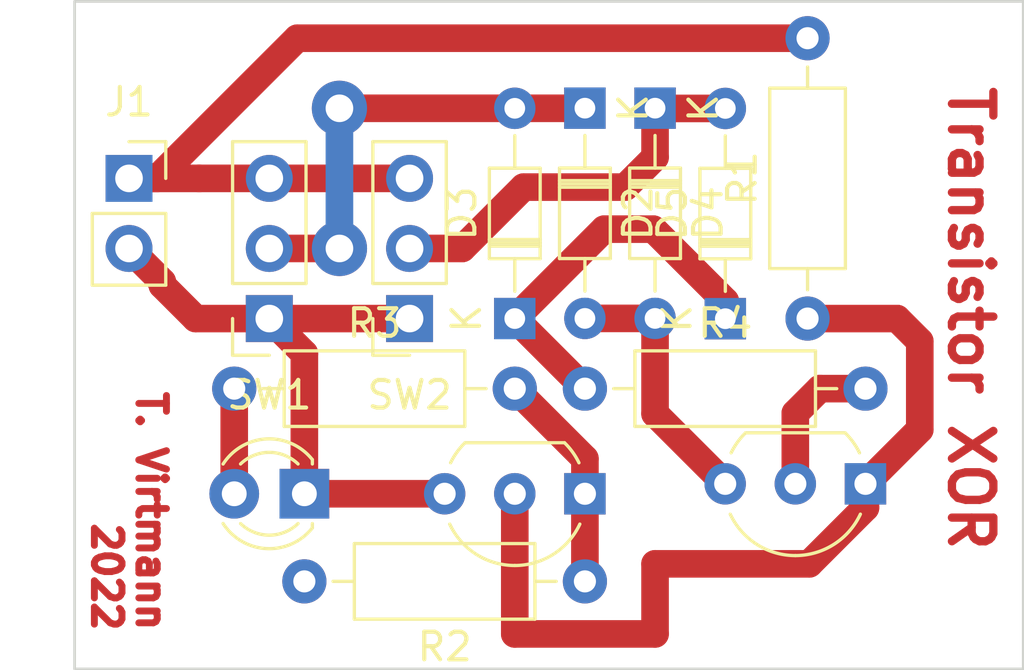
<source format=kicad_pcb>
(kicad_pcb (version 20211014) (generator pcbnew)
  (title_block (title "Transistor XOR") (date "2022-11-19") (rev "2") (company "T. Virtmann"))
  (layers (0 "F.Cu" signal) (31 "B.Cu" signal) (34 "B.Paste" user) (35 "F.Paste" user) (36 "B.SilkS" user "B.Silkscreen") (37 "F.SilkS" user "F.Silkscreen") (38 "B.Mask" user) (39 "F.Mask" user) (44 "Edge.Cuts" user))
  (net 0 "")
  (net 1 "GND")
  (net 2 "Net-(D1-Pad2)")
  (net 3 "Net-(D2-Pad1)")
  (net 4 "Net-(D2-Pad2)")
  (net 5 "Net-(D3-Pad1)")
  (net 6 "Net-(D4-Pad1)")
  (net 7 "+5V")
  (net 8 "Net-(Q1-Pad1)")
  (net 9 "Net-(Q1-Pad2)")
  (net 10 "Net-(Q2-Pad2)")
  (footprint "Connector_PinSocket_2.54mm:PinSocket_1x03_P2.54mm_Vertical" (layer "F.Cu") (at 24.195 23.56 180)
    (fp_text reference "SW2" (at 0 -2.77) (layer "F.SilkS"))
    (fp_text value "SW_SPDT")
    (fp_line (start -1.33 1.27) (end 1.33 1.27) (layer "F.SilkS") (width 0.12))
    (fp_line (start 1.33 -1.33) (end 1.33 0) (layer "F.SilkS") (width 0.12))
    (fp_line (start -1.33 6.41) (end 1.33 6.41) (layer "F.SilkS") (width 0.12))
    (fp_line (start 0 -1.33) (end 1.33 -1.33) (layer "F.SilkS") (width 0.12))
    (fp_line (start 1.33 1.27) (end 1.33 6.41) (layer "F.SilkS") (width 0.12))
    (fp_line (start -1.33 1.27) (end -1.33 6.41) (layer "F.SilkS") (width 0.12))
    (pad "1" thru_hole rect (at 0 0 180) (size 1.7 1.7) (drill 1) (layers *.Cu *.Mask) (net 1 "GND"))
    (pad "2" thru_hole oval (at 0 2.54 180) (size 1.7 1.7) (drill 1) (layers *.Cu *.Mask) (net 6 "Net-(D4-Pad1)"))
    (pad "3" thru_hole oval (at 0 5.08 180) (size 1.7 1.7) (drill 1) (layers *.Cu *.Mask) (net 7 "+5V"))
  )
  (footprint "Diode_THT:D_DO-34_SOD68_P7.62mm_Horizontal" (layer "F.Cu") (at 33.085 15.935 -90)
    (fp_text reference "D4" (at 3.81 -1.92 90) (layer "F.SilkS"))
    (fp_text value "D")
    (fp_text user "K" (at 0 -1.75 90) (layer "F.SilkS"))
    (fp_line (start 2.17 -0.92) (end 2.17 0.92) (layer "F.SilkS") (width 0.12))
    (fp_line (start 5.45 -0.92) (end 2.17 -0.92) (layer "F.SilkS") (width 0.12))
    (fp_line (start 2.746 -0.92) (end 2.746 0.92) (layer "F.SilkS") (width 0.12))
    (fp_line (start 5.45 0.92) (end 5.45 -0.92) (layer "F.SilkS") (width 0.12))
    (fp_line (start 0.99 0) (end 2.17 0) (layer "F.SilkS") (width 0.12))
    (fp_line (start 6.63 0) (end 5.45 0) (layer "F.SilkS") (width 0.12))
    (fp_line (start 2.866 -0.92) (end 2.866 0.92) (layer "F.SilkS") (width 0.12))
    (fp_line (start 2.17 0.92) (end 5.45 0.92) (layer "F.SilkS") (width 0.12))
    (fp_line (start 2.626 -0.92) (end 2.626 0.92) (layer "F.SilkS") (width 0.12))
    (pad "1" thru_hole rect (at 0 0 270) (size 1.5 1.5) (drill 0.75) (layers *.Cu *.Mask) (net 6 "Net-(D4-Pad1)"))
    (pad "2" thru_hole oval (at 7.62 0 270) (size 1.5 1.5) (drill 0.75) (layers *.Cu *.Mask) (net 4 "Net-(D2-Pad2)"))
  )
  (footprint "Connector_PinSocket_2.54mm:PinSocket_1x02_P2.54mm_Vertical" (layer "F.Cu") (at 14.035 18.48)
    (fp_text reference "J1" (at 0 -2.77) (layer "F.SilkS"))
    (fp_text value "Conn_02x01")
    (fp_line (start 1.33 1.27) (end 1.33 3.87) (layer "F.SilkS") (width 0.12))
    (fp_line (start -1.33 3.87) (end 1.33 3.87) (layer "F.SilkS") (width 0.12))
    (fp_line (start -1.33 1.27) (end 1.33 1.27) (layer "F.SilkS") (width 0.12))
    (fp_line (start 1.33 -1.33) (end 1.33 0) (layer "F.SilkS") (width 0.12))
    (fp_line (start -1.33 1.27) (end -1.33 3.87) (layer "F.SilkS") (width 0.12))
    (fp_line (start 0 -1.33) (end 1.33 -1.33) (layer "F.SilkS") (width 0.12))
    (pad "1" thru_hole rect (at 0 0) (size 1.7 1.7) (drill 1) (layers *.Cu *.Mask) (net 7 "+5V"))
    (pad "2" thru_hole oval (at 0 2.54) (size 1.7 1.7) (drill 1) (layers *.Cu *.Mask) (net 1 "GND"))
  )
  (footprint "Resistor_THT:R_Axial_DIN0207_L6.3mm_D2.5mm_P10.16mm_Horizontal" (layer "F.Cu") (at 38.608 23.56 90)
    (fp_text reference "R1" (at 5.08 -2.37 90) (layer "F.SilkS"))
    (fp_text value "220k")
    (fp_line (start 8.35 -1.37) (end 1.81 -1.37) (layer "F.SilkS") (width 0.12))
    (fp_line (start 9.12 0) (end 8.35 0) (layer "F.SilkS") (width 0.12))
    (fp_line (start 1.81 1.37) (end 8.35 1.37) (layer "F.SilkS") (width 0.12))
    (fp_line (start 8.35 1.37) (end 8.35 -1.37) (layer "F.SilkS") (width 0.12))
    (fp_line (start 1.81 -1.37) (end 1.81 1.37) (layer "F.SilkS") (width 0.12))
    (fp_line (start 1.04 0) (end 1.81 0) (layer "F.SilkS") (width 0.12))
    (pad "1" thru_hole circle (at 0 0 90) (size 1.6 1.6) (drill 0.8) (layers *.Cu *.Mask) (net 9 "Net-(Q1-Pad2)"))
    (pad "2" thru_hole oval (at 10.16 0 90) (size 1.6 1.6) (drill 0.8) (layers *.Cu *.Mask) (net 7 "+5V"))
  )
  (footprint "Diode_THT:D_DO-34_SOD68_P7.62mm_Horizontal" (layer "F.Cu") (at 28.005 23.56 90)
    (fp_text reference "D3" (at 3.81 -1.92 90) (layer "F.SilkS"))
    (fp_text value "D")
    (fp_text user "K" (at 0 -1.75 90) (layer "F.SilkS"))
    (fp_line (start 2.866 -0.92) (end 2.866 0.92) (layer "F.SilkS") (width 0.12))
    (fp_line (start 5.45 0.92) (end 5.45 -0.92) (layer "F.SilkS") (width 0.12))
    (fp_line (start 5.45 -0.92) (end 2.17 -0.92) (layer "F.SilkS") (width 0.12))
    (fp_line (start 2.17 -0.92) (end 2.17 0.92) (layer "F.SilkS") (width 0.12))
    (fp_line (start 6.63 0) (end 5.45 0) (layer "F.SilkS") (width 0.12))
    (fp_line (start 0.99 0) (end 2.17 0) (layer "F.SilkS") (width 0.12))
    (fp_line (start 2.626 -0.92) (end 2.626 0.92) (layer "F.SilkS") (width 0.12))
    (fp_line (start 2.746 -0.92) (end 2.746 0.92) (layer "F.SilkS") (width 0.12))
    (fp_line (start 2.17 0.92) (end 5.45 0.92) (layer "F.SilkS") (width 0.12))
    (pad "1" thru_hole rect (at 0 0 90) (size 1.5 1.5) (drill 0.75) (layers *.Cu *.Mask) (net 5 "Net-(D3-Pad1)"))
    (pad "2" thru_hole oval (at 7.62 0 90) (size 1.5 1.5) (drill 0.75) (layers *.Cu *.Mask) (net 3 "Net-(D2-Pad1)"))
  )
  (footprint "Package_TO_SOT_THT:TO-92_Inline_Wide" (layer "F.Cu") (at 40.705 29.55 180)
    (fp_text reference "Q2" hide)
    (fp_text value "Q_NPN_CBE" hide)
    (fp_line (start 0.74 1.85) (end 4.34 1.85) (layer "F.SilkS") (width 0.12))
    (fp_arc (start 2.54 -2.6) (mid 3.936979 -2.192818) (end 4.8964 -1.098807) (layer "F.SilkS") (width 0.12))
    (fp_arc (start 0.1836 -1.098807) (mid 1.143021 -2.192817) (end 2.54 -2.6) (layer "F.SilkS") (width 0.12))
    (fp_arc (start 4.864184 1.122795) (mid 4.633903 1.509328) (end 4.34 1.85) (layer "F.SilkS") (width 0.12))
    (fp_arc (start 0.74 1.85) (mid 0.446097 1.509328) (end 0.215816 1.122795) (layer "F.SilkS") (width 0.12))
    (pad "1" thru_hole rect (at 0 0 180) (size 1.5 1.5) (drill 0.8) (layers *.Cu *.Mask) (net 9 "Net-(Q1-Pad2)"))
    (pad "2" thru_hole circle (at 2.54 0 180) (size 1.5 1.5) (drill 0.8) (layers *.Cu *.Mask) (net 10 "Net-(Q2-Pad2)"))
    (pad "3" thru_hole circle (at 5.08 0 180) (size 1.5 1.5) (drill 0.8) (layers *.Cu *.Mask) (net 4 "Net-(D2-Pad2)"))
  )
  (footprint "Resistor_THT:R_Axial_DIN0207_L6.3mm_D2.5mm_P10.16mm_Horizontal" (layer "F.Cu") (at 17.845 26.1)
    (fp_text reference "R3" (at 5.08 -2.37) (layer "F.SilkS"))
    (fp_text value "1k")
    (fp_line (start 1.04 0) (end 1.81 0) (layer "F.SilkS") (width 0.12))
    (fp_line (start 1.81 1.37) (end 8.35 1.37) (layer "F.SilkS") (width 0.12))
    (fp_line (start 8.35 -1.37) (end 1.81 -1.37) (layer "F.SilkS") (width 0.12))
    (fp_line (start 1.81 -1.37) (end 1.81 1.37) (layer "F.SilkS") (width 0.12))
    (fp_line (start 8.35 1.37) (end 8.35 -1.37) (layer "F.SilkS") (width 0.12))
    (fp_line (start 9.12 0) (end 8.35 0) (layer "F.SilkS") (width 0.12))
    (pad "1" thru_hole circle (at 0 0) (size 1.6 1.6) (drill 0.8) (layers *.Cu *.Mask) (net 2 "Net-(D1-Pad2)"))
    (pad "2" thru_hole oval (at 10.16 0) (size 1.6 1.6) (drill 0.8) (layers *.Cu *.Mask) (net 8 "Net-(Q1-Pad1)"))
  )
  (footprint "Resistor_THT:R_Axial_DIN0207_L6.3mm_D2.5mm_P10.16mm_Horizontal" (layer "F.Cu") (at 30.545 26.1)
    (fp_text reference "R4" (at 5.08 -2.37) (layer "F.SilkS"))
    (fp_text value "10k")
    (fp_line (start 1.81 1.37) (end 8.35 1.37) (layer "F.SilkS") (width 0.12))
    (fp_line (start 8.35 -1.37) (end 1.81 -1.37) (layer "F.SilkS") (width 0.12))
    (fp_line (start 9.12 0) (end 8.35 0) (layer "F.SilkS") (width 0.12))
    (fp_line (start 1.04 0) (end 1.81 0) (layer "F.SilkS") (width 0.12))
    (fp_line (start 1.81 -1.37) (end 1.81 1.37) (layer "F.SilkS") (width 0.12))
    (fp_line (start 8.35 1.37) (end 8.35 -1.37) (layer "F.SilkS") (width 0.12))
    (pad "1" thru_hole circle (at 0 0) (size 1.6 1.6) (drill 0.8) (layers *.Cu *.Mask) (net 5 "Net-(D3-Pad1)"))
    (pad "2" thru_hole oval (at 10.16 0) (size 1.6 1.6) (drill 0.8) (layers *.Cu *.Mask) (net 10 "Net-(Q2-Pad2)"))
  )
  (footprint "Diode_THT:D_DO-34_SOD68_P7.62mm_Horizontal" (layer "F.Cu") (at 30.545 15.935 -90)
    (fp_text reference "D2" (at 3.81 -1.92 90) (layer "F.SilkS"))
    (fp_text value "D")
    (fp_text user "K" (at 0 -1.75 90) (layer "F.SilkS"))
    (fp_line (start 0.99 0) (end 2.17 0) (layer "F.SilkS") (width 0.12))
    (fp_line (start 2.17 0.92) (end 5.45 0.92) (layer "F.SilkS") (width 0.12))
    (fp_line (start 6.63 0) (end 5.45 0) (layer "F.SilkS") (width 0.12))
    (fp_line (start 2.626 -0.92) (end 2.626 0.92) (layer "F.SilkS") (width 0.12))
    (fp_line (start 2.866 -0.92) (end 2.866 0.92) (layer "F.SilkS") (width 0.12))
    (fp_line (start 5.45 0.92) (end 5.45 -0.92) (layer "F.SilkS") (width 0.12))
    (fp_line (start 2.746 -0.92) (end 2.746 0.92) (layer "F.SilkS") (width 0.12))
    (fp_line (start 5.45 -0.92) (end 2.17 -0.92) (layer "F.SilkS") (width 0.12))
    (fp_line (start 2.17 -0.92) (end 2.17 0.92) (layer "F.SilkS") (width 0.12))
    (pad "1" thru_hole rect (at 0 0 270) (size 1.5 1.5) (drill 0.75) (layers *.Cu *.Mask) (net 3 "Net-(D2-Pad1)"))
    (pad "2" thru_hole oval (at 7.62 0 270) (size 1.5 1.5) (drill 0.75) (layers *.Cu *.Mask) (net 4 "Net-(D2-Pad2)"))
  )
  (footprint "Resistor_THT:R_Axial_DIN0207_L6.3mm_D2.5mm_P10.16mm_Horizontal" (layer "F.Cu") (at 30.545 33.085 180)
    (fp_text reference "R2" (at 5.08 -2.37) (layer "F.SilkS"))
    (fp_text value "10k")
    (fp_line (start 1.04 0) (end 1.81 0) (layer "F.SilkS") (width 0.12))
    (fp_line (start 9.12 0) (end 8.35 0) (layer "F.SilkS") (width 0.12))
    (fp_line (start 1.81 -1.37) (end 1.81 1.37) (layer "F.SilkS") (width 0.12))
    (fp_line (start 8.35 1.37) (end 8.35 -1.37) (layer "F.SilkS") (width 0.12))
    (fp_line (start 8.35 -1.37) (end 1.81 -1.37) (layer "F.SilkS") (width 0.12))
    (fp_line (start 1.81 1.37) (end 8.35 1.37) (layer "F.SilkS") (width 0.12))
    (pad "1" thru_hole circle (at 0 0 180) (size 1.6 1.6) (drill 0.8) (layers *.Cu *.Mask) (net 8 "Net-(Q1-Pad1)"))
    (pad "2" thru_hole oval (at 10.16 0 180) (size 1.6 1.6) (drill 0.8) (layers *.Cu *.Mask) (net 7 "+5V"))
  )
  (footprint "Diode_THT:D_DO-34_SOD68_P7.62mm_Horizontal" (layer "F.Cu") (at 35.63 23.565 90)
    (fp_text reference "D5" (at 3.81 -1.92 90) (layer "F.SilkS"))
    (fp_text value "D")
    (fp_text user "K" (at 0 -1.75 90) (layer "F.SilkS"))
    (fp_line (start 2.866 -0.92) (end 2.866 0.92) (layer "F.SilkS") (width 0.12))
    (fp_line (start 5.45 -0.92) (end 2.17 -0.92) (layer "F.SilkS") (width 0.12))
    (fp_line (start 2.626 -0.92) (end 2.626 0.92) (layer "F.SilkS") (width 0.12))
    (fp_line (start 2.17 -0.92) (end 2.17 0.92) (layer "F.SilkS") (width 0.12))
    (fp_line (start 6.63 0) (end 5.45 0) (layer "F.SilkS") (width 0.12))
    (fp_line (start 2.17 0.92) (end 5.45 0.92) (layer "F.SilkS") (width 0.12))
    (fp_line (start 2.746 -0.92) (end 2.746 0.92) (layer "F.SilkS") (width 0.12))
    (fp_line (start 5.45 0.92) (end 5.45 -0.92) (layer "F.SilkS") (width 0.12))
    (fp_line (start 0.99 0) (end 2.17 0) (layer "F.SilkS") (width 0.12))
    (pad "1" thru_hole rect (at 0 0 90) (size 1.5 1.5) (drill 0.75) (layers *.Cu *.Mask) (net 5 "Net-(D3-Pad1)"))
    (pad "2" thru_hole oval (at 7.62 0 90) (size 1.5 1.5) (drill 0.75) (layers *.Cu *.Mask) (net 6 "Net-(D4-Pad1)"))
  )
  (footprint "LED_THT:LED_D3.0mm" (layer "F.Cu") (at 20.385 29.91 180)
    (fp_text reference "D1" hide)
    (fp_text value "LED" hide)
    (fp_line (start -0.29 1.08) (end -0.29 1.236) (layer "F.SilkS") (width 0.12))
    (fp_line (start -0.29 -1.236) (end -0.29 -1.08) (layer "F.SilkS") (width 0.12))
    (fp_arc (start -0.29 -1.235516) (mid 1.366487 -1.987659) (end 2.942335 -1.078608) (layer "F.SilkS") (width 0.12))
    (fp_arc (start 0.229039 -1.08) (mid 1.270117 -1.5) (end 2.31113 -1.079837) (layer "F.SilkS") (width 0.12))
    (fp_arc (start 2.31113 1.079837) (mid 1.270117 1.5) (end 0.229039 1.08) (layer "F.SilkS") (width 0.12))
    (fp_arc (start 2.942335 1.078608) (mid 1.366487 1.987659) (end -0.29 1.235516) (layer "F.SilkS") (width 0.12))
    (pad "1" thru_hole rect (at 0 0 180) (size 1.8 1.8) (drill 0.9) (layers *.Cu *.Mask) (net 1 "GND"))
    (pad "2" thru_hole circle (at 2.54 0 180) (size 1.8 1.8) (drill 0.9) (layers *.Cu *.Mask) (net 2 "Net-(D1-Pad2)"))
  )
  (footprint "Connector_PinSocket_2.54mm:PinSocket_1x03_P2.54mm_Vertical" (layer "F.Cu") (at 19.115 23.56 180)
    (fp_text reference "SW1" (at 0 -2.77) (layer "F.SilkS"))
    (fp_text value "SW_SPDT")
    (fp_line (start -1.33 1.27) (end -1.33 6.41) (layer "F.SilkS") (width 0.12))
    (fp_line (start -1.33 1.27) (end 1.33 1.27) (layer "F.SilkS") (width 0.12))
    (fp_line (start 0 -1.33) (end 1.33 -1.33) (layer "F.SilkS") (width 0.12))
    (fp_line (start -1.33 6.41) (end 1.33 6.41) (layer "F.SilkS") (width 0.12))
    (fp_line (start 1.33 -1.33) (end 1.33 0) (layer "F.SilkS") (width 0.12))
    (fp_line (start 1.33 1.27) (end 1.33 6.41) (layer "F.SilkS") (width 0.12))
    (pad "1" thru_hole rect (at 0 0 180) (size 1.7 1.7) (drill 1) (layers *.Cu *.Mask) (net 1 "GND"))
    (pad "2" thru_hole oval (at 0 2.54 180) (size 1.7 1.7) (drill 1) (layers *.Cu *.Mask) (net 3 "Net-(D2-Pad1)"))
    (pad "3" thru_hole oval (at 0 5.08 180) (size 1.7 1.7) (drill 1) (layers *.Cu *.Mask) (net 7 "+5V"))
  )
  (footprint "Package_TO_SOT_THT:TO-92_Inline_Wide" (layer "F.Cu") (at 30.545 29.91 180)
    (fp_text reference "Q1" hide)
    (fp_text value "Q_NPN_CBE" hide)
    (fp_line (start 0.74 1.85) (end 4.34 1.85) (layer "F.SilkS") (width 0.12))
    (fp_arc (start 2.54 -2.6) (mid 3.936979 -2.192818) (end 4.8964 -1.098807) (layer "F.SilkS") (width 0.12))
    (fp_arc (start 0.1836 -1.098807) (mid 1.143021 -2.192817) (end 2.54 -2.6) (layer "F.SilkS") (width 0.12))
    (fp_arc (start 4.864184 1.122795) (mid 4.633903 1.509328) (end 4.34 1.85) (layer "F.SilkS") (width 0.12))
    (fp_arc (start 0.74 1.85) (mid 0.446097 1.509328) (end 0.215816 1.122795) (layer "F.SilkS") (width 0.12))
    (pad "1" thru_hole rect (at 0 0 180) (size 1.5 1.5) (drill 0.8) (layers *.Cu *.Mask) (net 8 "Net-(Q1-Pad1)"))
    (pad "2" thru_hole circle (at 2.54 0 180) (size 1.5 1.5) (drill 0.8) (layers *.Cu *.Mask) (net 9 "Net-(Q1-Pad2)"))
    (pad "3" thru_hole circle (at 5.08 0 180) (size 1.5 1.5) (drill 0.8) (layers *.Cu *.Mask) (net 1 "GND"))
  )
  (gr_rect (start 12.065 12.065) (end 46.42 36.26) (layer "Edge.Cuts") (width 0.1) (fill none))
  (gr_text "T. Virtmann\n2022" (at 14.035 34.99 270) (layer "F.Cu") (effects (font (size 1 1) (thickness 0.25)) (justify right)))
  (gr_text "Transistor XOR" (at 44.515 23.56 270) (layer "F.Cu") (effects (font (size 1.5 1.5) (thickness 0.3))))
  (segment (start 15.24 22.352) (end 16.448 23.56) (width 1) (layer "F.Cu") (net 1))
  (segment (start 14.035 21.02) (end 15.24 22.225) (width 1) (layer "F.Cu") (net 1))
  (segment (start 15.24 22.225) (end 15.24 22.352) (width 1) (layer "F.Cu") (net 1))
  (segment (start 25.465 29.91) (end 20.385 29.91) (width 1) (layer "F.Cu") (net 1))
  (segment (start 20.385 24.83) (end 19.115 23.56) (width 1) (layer "F.Cu") (net 1))
  (segment (start 20.385 29.91) (end 20.385 24.83) (width 1) (layer "F.Cu") (net 1))
  (segment (start 24.195 23.56) (end 19.115 23.56) (width 1) (layer "F.Cu") (net 1))
  (segment (start 16.448 23.56) (end 19.115 23.56) (width 1) (layer "F.Cu") (net 1))
  (segment (start 17.845 26.1) (end 17.845 29.91) (width 1) (layer "F.Cu") (net 2))
  (segment (start 30.54 15.94) (end 30.545 15.935) (width 1) (layer "F.Cu") (net 3))
  (segment (start 28.005 15.94) (end 30.54 15.94) (width 1) (layer "F.Cu") (net 3))
  (segment (start 21.655 15.94) (end 28.005 15.94) (width 1) (layer "F.Cu") (net 3))
  (segment (start 21.655 21.02) (end 19.115 21.02) (width 1) (layer "F.Cu") (net 3))
  (via (at 21.655 15.94) (size 2) (drill 1) (layers "F.Cu" "B.Cu") (net 3))
  (via (at 21.655 21.02) (size 2) (drill 1) (layers "F.Cu" "B.Cu") (net 3))
  (segment (start 21.655 15.94) (end 21.655 21.02) (width 1) (layer "B.Cu") (net 3))
  (segment (start 33.085 27.01) (end 35.625 29.55) (width 1) (layer "F.Cu") (net 4))
  (segment (start 33.085 23.555) (end 33.085 27.01) (width 1) (layer "F.Cu") (net 4))
  (segment (start 30.545 23.555) (end 33.085 23.555) (width 1) (layer "F.Cu") (net 4))
  (segment (start 35.63 22.93) (end 33.02 20.32) (width 1) (layer "F.Cu") (net 5))
  (segment (start 30.545 26.1) (end 28.005 23.56) (width 1) (layer "F.Cu") (net 5))
  (segment (start 35.63 23.565) (end 35.63 22.93) (width 1) (layer "F.Cu") (net 5))
  (segment (start 31.245 20.32) (end 28.005 23.56) (width 1) (layer "F.Cu") (net 5))
  (segment (start 33.02 20.32) (end 31.245 20.32) (width 1) (layer "F.Cu") (net 5))
  (segment (start 26.1 21.02) (end 24.195 21.02) (width 1) (layer "F.Cu") (net 6))
  (segment (start 33.085 17.715) (end 32.004 18.796) (width 1) (layer "F.Cu") (net 6))
  (segment (start 28.324 18.796) (end 26.1 21.02) (width 1) (layer "F.Cu") (net 6))
  (segment (start 35.63 15.945) (end 33.095 15.945) (width 1) (layer "F.Cu") (net 6))
  (segment (start 33.095 15.945) (end 33.085 15.935) (width 1) (layer "F.Cu") (net 6))
  (segment (start 32.004 18.796) (end 28.324 18.796) (width 1) (layer "F.Cu") (net 6))
  (segment (start 33.085 15.935) (end 33.085 17.715) (width 1) (layer "F.Cu") (net 6))
  (segment (start 38.608 13.4) (end 20.128 13.4) (width 1) (layer "F.Cu") (net 7))
  (segment (start 20.128 13.4) (end 15.048 18.48) (width 1) (layer "F.Cu") (net 7))
  (segment (start 19.115 18.48) (end 16.575 18.48) (width 1) (layer "F.Cu") (net 7))
  (segment (start 19.115 18.48) (end 24.195 18.48) (width 1) (layer "F.Cu") (net 7))
  (segment (start 15.048 18.48) (end 14.035 18.48) (width 1) (layer "F.Cu") (net 7))
  (segment (start 16.575 18.48) (end 14.035 18.48) (width 1) (layer "F.Cu") (net 7))
  (segment (start 30.545 29.91) (end 30.545 33.085) (width 1) (layer "F.Cu") (net 8))
  (segment (start 30.545 28.64) (end 28.005 26.1) (width 1) (layer "F.Cu") (net 8))
  (segment (start 30.545 29.91) (end 30.545 28.64) (width 1) (layer "F.Cu") (net 8))
  (segment (start 40.705 30.415) (end 38.67 32.45) (width 1) (layer "F.Cu") (net 9))
  (segment (start 28.005 34.99) (end 28.005 29.91) (width 1) (layer "F.Cu") (net 9))
  (segment (start 40.705 29.55) (end 42.672 27.583) (width 1) (layer "F.Cu") (net 9))
  (segment (start 33.085 34.99) (end 28.005 34.99) (width 1) (layer "F.Cu") (net 9))
  (segment (start 38.67 32.45) (end 33.085 32.45) (width 1) (layer "F.Cu") (net 9))
  (segment (start 33.085 32.45) (end 33.085 34.99) (width 1) (layer "F.Cu") (net 9))
  (segment (start 42.672 24.384) (end 41.848 23.56) (width 1) (layer "F.Cu") (net 9))
  (segment (start 40.705 29.55) (end 40.705 30.415) (width 1) (layer "F.Cu") (net 9))
  (segment (start 38.608 23.56) (end 41.848 23.56) (width 1) (layer "F.Cu") (net 9))
  (segment (start 42.672 27.583) (end 42.672 24.384) (width 1) (layer "F.Cu") (net 9))
  (segment (start 39.054 26.1) (end 40.705 26.1) (width 1) (layer "F.Cu") (net 10))
  (segment (start 38.165 26.989) (end 39.054 26.1) (width 1) (layer "F.Cu") (net 10))
  (segment (start 38.165 29.55) (end 38.165 26.989) (width 1) (layer "F.Cu") (net 10))
)
</source>
